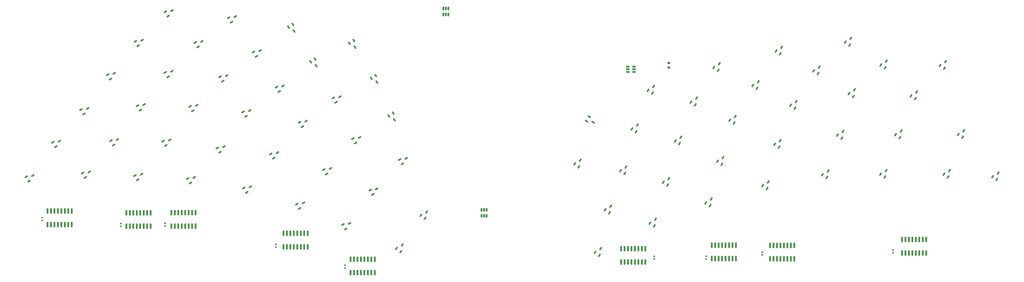
<source format=gtp>
%TF.GenerationSoftware,KiCad,Pcbnew,7.0.10-148-g62bb553460*%
%TF.CreationDate,2024-03-29T08:39:48+01:00*%
%TF.ProjectId,bandoneon,62616e64-6f6e-4656-9f6e-2e6b69636164,rev?*%
%TF.SameCoordinates,Original*%
%TF.FileFunction,Paste,Top*%
%TF.FilePolarity,Positive*%
%FSLAX46Y46*%
G04 Gerber Fmt 4.6, Leading zero omitted, Abs format (unit mm)*
G04 Created by KiCad (PCBNEW 7.0.10-148-g62bb553460) date 2024-03-29 08:39:48*
%MOMM*%
%LPD*%
G01*
G04 APERTURE LIST*
G04 Aperture macros list*
%AMRoundRect*
0 Rectangle with rounded corners*
0 $1 Rounding radius*
0 $2 $3 $4 $5 $6 $7 $8 $9 X,Y pos of 4 corners*
0 Add a 4 corners polygon primitive as box body*
4,1,4,$2,$3,$4,$5,$6,$7,$8,$9,$2,$3,0*
0 Add four circle primitives for the rounded corners*
1,1,$1+$1,$2,$3*
1,1,$1+$1,$4,$5*
1,1,$1+$1,$6,$7*
1,1,$1+$1,$8,$9*
0 Add four rect primitives between the rounded corners*
20,1,$1+$1,$2,$3,$4,$5,0*
20,1,$1+$1,$4,$5,$6,$7,0*
20,1,$1+$1,$6,$7,$8,$9,0*
20,1,$1+$1,$8,$9,$2,$3,0*%
G04 Aperture macros list end*
%ADD10RoundRect,0.200000X-0.275000X0.200000X-0.275000X-0.200000X0.275000X-0.200000X0.275000X0.200000X0*%
%ADD11RoundRect,0.150000X-0.150000X0.825000X-0.150000X-0.825000X0.150000X-0.825000X0.150000X0.825000X0*%
%ADD12RoundRect,0.150000X-0.348123X-0.404928X0.511515X0.153327X0.348123X0.404928X-0.511515X-0.153327X0*%
%ADD13RoundRect,0.150000X-0.153327X-0.511515X0.404928X0.348123X0.153327X0.511515X-0.404928X-0.348123X0*%
%ADD14RoundRect,0.150000X-0.404928X0.348123X0.153327X-0.511515X0.404928X-0.348123X-0.153327X0.511515X0*%
%ADD15RoundRect,0.140000X-0.170000X0.140000X-0.170000X-0.140000X0.170000X-0.140000X0.170000X0.140000X0*%
%ADD16RoundRect,0.140000X0.170000X-0.140000X0.170000X0.140000X-0.170000X0.140000X-0.170000X-0.140000X0*%
%ADD17RoundRect,0.150000X-0.179887X-0.502789X0.422592X0.326453X0.179887X0.502789X-0.422592X-0.326453X0*%
%ADD18RoundRect,0.150000X-0.511515X0.153327X0.348123X-0.404928X0.511515X-0.153327X-0.348123X0.404928X0*%
%ADD19RoundRect,0.150000X0.150000X-0.512500X0.150000X0.512500X-0.150000X0.512500X-0.150000X-0.512500X0*%
%ADD20RoundRect,0.150000X-0.512500X-0.150000X0.512500X-0.150000X0.512500X0.150000X-0.512500X0.150000X0*%
G04 APERTURE END LIST*
D10*
%TO.C,R1*%
X364004000Y-144951000D03*
X364004000Y-146601000D03*
%TD*%
D11*
%TO.C,U9*%
X355346000Y-213360000D03*
X354076000Y-213360000D03*
X352806000Y-213360000D03*
X351536000Y-213360000D03*
X350266000Y-213360000D03*
X348996000Y-213360000D03*
X347726000Y-213360000D03*
X346456000Y-213360000D03*
X346456000Y-218310000D03*
X347726000Y-218310000D03*
X348996000Y-218310000D03*
X350266000Y-218310000D03*
X351536000Y-218310000D03*
X352806000Y-218310000D03*
X354076000Y-218310000D03*
X355346000Y-218310000D03*
%TD*%
D12*
%TO.C,H37*%
X148213805Y-162135290D03*
X149248619Y-163728764D03*
X150639188Y-161692973D03*
%TD*%
%TO.C,H38*%
X137889905Y-174151390D03*
X138924719Y-175744864D03*
X140315288Y-173709073D03*
%TD*%
D13*
%TO.C,H43*%
X463600536Y-145845181D03*
X465194010Y-146879995D03*
X465636327Y-144454612D03*
%TD*%
D14*
%TO.C,H11*%
X256360410Y-149568205D03*
X254766936Y-150603019D03*
X256802727Y-151993588D03*
%TD*%
D12*
%TO.C,H31*%
X211541405Y-140859990D03*
X212576219Y-142453464D03*
X213966788Y-140417673D03*
%TD*%
%TO.C,H14*%
X217896705Y-178439490D03*
X218931519Y-180032964D03*
X220322088Y-177997173D03*
%TD*%
D13*
%TO.C,H69*%
X408706536Y-160565181D03*
X410300010Y-161599995D03*
X410742327Y-159174612D03*
%TD*%
D15*
%TO.C,C1*%
X398272000Y-214658000D03*
X398272000Y-215618000D03*
%TD*%
D12*
%TO.C,H5*%
X254335205Y-191766490D03*
X255370019Y-193359964D03*
X256760588Y-191324173D03*
%TD*%
D13*
%TO.C,H41*%
X470284736Y-171302081D03*
X471878210Y-172336895D03*
X472320527Y-169911512D03*
%TD*%
D16*
%TO.C,C2*%
X358648000Y-217142000D03*
X358648000Y-216182000D03*
%TD*%
D13*
%TO.C,H61*%
X340623936Y-199086981D03*
X342217410Y-200121795D03*
X342659727Y-197696412D03*
%TD*%
%TO.C,H68*%
X417165636Y-147831981D03*
X418759110Y-148866795D03*
X419201427Y-146441412D03*
%TD*%
D15*
%TO.C,C5*%
X245110000Y-219484000D03*
X245110000Y-220444000D03*
%TD*%
D12*
%TO.C,H29*%
X187365205Y-187546490D03*
X188400019Y-189139964D03*
X189790588Y-187104173D03*
%TD*%
%TO.C,H16*%
X199227905Y-150056490D03*
X200262719Y-151649964D03*
X201653288Y-149614173D03*
%TD*%
D15*
%TO.C,C8*%
X219710000Y-211765000D03*
X219710000Y-212725000D03*
%TD*%
D12*
%TO.C,H18*%
X178338205Y-173769590D03*
X179373019Y-175363064D03*
X180763588Y-173327273D03*
%TD*%
D13*
%TO.C,H58*%
X356406536Y-155005181D03*
X358000010Y-156039995D03*
X358442327Y-153614612D03*
%TD*%
D12*
%TO.C,H9*%
X237345505Y-184242990D03*
X238380319Y-185836464D03*
X239770888Y-183800673D03*
%TD*%
%TO.C,H13*%
X228415205Y-166781490D03*
X229450019Y-168374964D03*
X230840588Y-166339173D03*
%TD*%
D13*
%TO.C,H49*%
X394775536Y-153251181D03*
X396369010Y-154285995D03*
X396811327Y-151860612D03*
%TD*%
%TO.C,H48*%
X403328136Y-140551181D03*
X404921610Y-141585995D03*
X405363927Y-139160612D03*
%TD*%
D17*
%TO.C,H3*%
X264044228Y-213300861D03*
X265581360Y-214417653D03*
X266150006Y-212018743D03*
%TD*%
D13*
%TO.C,H54*%
X372141936Y-159321981D03*
X373735410Y-160356795D03*
X374177727Y-157931412D03*
%TD*%
%TO.C,H63*%
X336889036Y-214741081D03*
X338482510Y-215775895D03*
X338924827Y-213350512D03*
%TD*%
D15*
%TO.C,C7*%
X133985000Y-201958000D03*
X133985000Y-202918000D03*
%TD*%
D14*
%TO.C,H25*%
X234136410Y-143514805D03*
X232542936Y-144549619D03*
X234578727Y-145940188D03*
%TD*%
D13*
%TO.C,H71*%
X398479336Y-190165081D03*
X400072810Y-191199895D03*
X400515127Y-188774512D03*
%TD*%
%TO.C,H50*%
X386356036Y-166036881D03*
X387949510Y-167071695D03*
X388391827Y-164646312D03*
%TD*%
%TO.C,H42*%
X464968236Y-185921981D03*
X466561710Y-186956795D03*
X467004027Y-184531412D03*
%TD*%
D11*
%TO.C,U6*%
X144770000Y-199500000D03*
X143500000Y-199500000D03*
X142230000Y-199500000D03*
X140960000Y-199500000D03*
X139690000Y-199500000D03*
X138420000Y-199500000D03*
X137150000Y-199500000D03*
X135880000Y-199500000D03*
X135880000Y-204450000D03*
X137150000Y-204450000D03*
X138420000Y-204450000D03*
X139690000Y-204450000D03*
X140960000Y-204450000D03*
X142230000Y-204450000D03*
X143500000Y-204450000D03*
X144770000Y-204450000D03*
%TD*%
D12*
%TO.C,H33*%
X148768205Y-185542290D03*
X149803019Y-187135764D03*
X151193588Y-185099973D03*
%TD*%
D15*
%TO.C,C6*%
X446278000Y-213896000D03*
X446278000Y-214856000D03*
%TD*%
D18*
%TO.C,H1*%
X334803019Y-164791936D03*
X333768205Y-166385410D03*
X336193588Y-166827727D03*
%TD*%
D11*
%TO.C,U8*%
X388620000Y-212090000D03*
X387350000Y-212090000D03*
X386080000Y-212090000D03*
X384810000Y-212090000D03*
X383540000Y-212090000D03*
X382270000Y-212090000D03*
X381000000Y-212090000D03*
X379730000Y-212090000D03*
X379730000Y-217040000D03*
X381000000Y-217040000D03*
X382270000Y-217040000D03*
X383540000Y-217040000D03*
X384810000Y-217040000D03*
X386080000Y-217040000D03*
X387350000Y-217040000D03*
X388620000Y-217040000D03*
%TD*%
D12*
%TO.C,H6*%
X244385205Y-204446490D03*
X245420019Y-206039964D03*
X246810588Y-204004173D03*
%TD*%
%TO.C,H20*%
X202400005Y-128299990D03*
X203434819Y-129893464D03*
X204825388Y-127857673D03*
%TD*%
D19*
%TO.C,U13*%
X281154000Y-127121500D03*
X282104000Y-127121500D03*
X283054000Y-127121500D03*
X283054000Y-124846500D03*
X282104000Y-124846500D03*
X281154000Y-124846500D03*
%TD*%
D12*
%TO.C,H32*%
X159168205Y-173589590D03*
X160203019Y-175183064D03*
X161593588Y-173147273D03*
%TD*%
D20*
%TO.C,U11*%
X348966500Y-146326000D03*
X348966500Y-147276000D03*
X348966500Y-148226000D03*
X351241500Y-148226000D03*
X351241500Y-147276000D03*
X351241500Y-146326000D03*
%TD*%
D12*
%TO.C,H21*%
X190150005Y-137449990D03*
X191184819Y-139043464D03*
X192575388Y-137007673D03*
%TD*%
D11*
%TO.C,U3*%
X231394000Y-207710000D03*
X230124000Y-207710000D03*
X228854000Y-207710000D03*
X227584000Y-207710000D03*
X226314000Y-207710000D03*
X225044000Y-207710000D03*
X223774000Y-207710000D03*
X222504000Y-207710000D03*
X222504000Y-212660000D03*
X223774000Y-212660000D03*
X225044000Y-212660000D03*
X226314000Y-212660000D03*
X227584000Y-212660000D03*
X228854000Y-212660000D03*
X230124000Y-212660000D03*
X231394000Y-212660000D03*
%TD*%
D12*
%TO.C,H12*%
X240815205Y-157856490D03*
X241850019Y-159449964D03*
X243240588Y-157414173D03*
%TD*%
%TO.C,H26*%
X219960305Y-153820490D03*
X220995119Y-155413964D03*
X222385688Y-153378173D03*
%TD*%
D13*
%TO.C,H52*%
X377553636Y-196479781D03*
X379147110Y-197514595D03*
X379589427Y-195089212D03*
%TD*%
D15*
%TO.C,C3*%
X162814000Y-204145000D03*
X162814000Y-205105000D03*
%TD*%
D13*
%TO.C,H44*%
X452930536Y-157026181D03*
X454524010Y-158060995D03*
X454966327Y-155635612D03*
%TD*%
D12*
%TO.C,H19*%
X167988605Y-186402790D03*
X169023419Y-187996264D03*
X170413988Y-185960473D03*
%TD*%
D13*
%TO.C,H53*%
X380493336Y-146631681D03*
X382086810Y-147666495D03*
X382529127Y-145241112D03*
%TD*%
%TO.C,H59*%
X350414236Y-169230581D03*
X352007710Y-170265395D03*
X352450027Y-167840012D03*
%TD*%
D12*
%TO.C,H22*%
X179114605Y-148402890D03*
X180149419Y-149996364D03*
X181539988Y-147960573D03*
%TD*%
%TO.C,H15*%
X207989005Y-191005990D03*
X209023819Y-192599464D03*
X210414388Y-190563673D03*
%TD*%
%TO.C,H8*%
X248014005Y-172830990D03*
X249048819Y-174424464D03*
X250439388Y-172388673D03*
%TD*%
D13*
%TO.C,H70*%
X402844836Y-174921381D03*
X404438310Y-175956195D03*
X404880627Y-173530812D03*
%TD*%
D15*
%TO.C,C9*%
X377698000Y-216182000D03*
X377698000Y-217142000D03*
%TD*%
D13*
%TO.C,H47*%
X441794236Y-145690581D03*
X443387710Y-146725395D03*
X443830027Y-144300012D03*
%TD*%
%TO.C,H45*%
X447201436Y-171403681D03*
X448794910Y-172438495D03*
X449237227Y-170013112D03*
%TD*%
D17*
%TO.C,H2*%
X272998728Y-201077061D03*
X274535860Y-202193853D03*
X275104506Y-199794943D03*
%TD*%
D12*
%TO.C,H34*%
X179165205Y-126106490D03*
X180200019Y-127699964D03*
X181590588Y-125664173D03*
%TD*%
D13*
%TO.C,H51*%
X381886536Y-181215181D03*
X383480010Y-182249995D03*
X383922327Y-179824612D03*
%TD*%
D12*
%TO.C,H36*%
X157974605Y-149242290D03*
X159009419Y-150835764D03*
X160399988Y-148799973D03*
%TD*%
D13*
%TO.C,H57*%
X357037436Y-203941281D03*
X358630910Y-204976095D03*
X359073227Y-202550712D03*
%TD*%
%TO.C,H67*%
X428796536Y-137285181D03*
X430390010Y-138319995D03*
X430832327Y-135894612D03*
%TD*%
%TO.C,H64*%
X430146536Y-156235181D03*
X431740010Y-157269995D03*
X432182327Y-154844612D03*
%TD*%
D12*
%TO.C,H35*%
X168178605Y-137022790D03*
X169213419Y-138616264D03*
X170603988Y-136580473D03*
%TD*%
D11*
%TO.C,U7*%
X458445000Y-210000000D03*
X457175000Y-210000000D03*
X455905000Y-210000000D03*
X454635000Y-210000000D03*
X453365000Y-210000000D03*
X452095000Y-210000000D03*
X450825000Y-210000000D03*
X449555000Y-210000000D03*
X449555000Y-214950000D03*
X450825000Y-214950000D03*
X452095000Y-214950000D03*
X453365000Y-214950000D03*
X454635000Y-214950000D03*
X455905000Y-214950000D03*
X457175000Y-214950000D03*
X458445000Y-214950000D03*
%TD*%
D12*
%TO.C,H28*%
X198228205Y-176239590D03*
X199263019Y-177833064D03*
X200653588Y-175797273D03*
%TD*%
D13*
%TO.C,H40*%
X482840536Y-186875481D03*
X484434010Y-187910295D03*
X484876327Y-185484912D03*
%TD*%
%TO.C,H66*%
X420425436Y-186093881D03*
X422018910Y-187128695D03*
X422461227Y-184703312D03*
%TD*%
D12*
%TO.C,H39*%
X128076905Y-186889690D03*
X129111719Y-188483164D03*
X130502288Y-186447373D03*
%TD*%
D13*
%TO.C,H62*%
X329416936Y-182146981D03*
X331010410Y-183181795D03*
X331452727Y-180756412D03*
%TD*%
%TO.C,H56*%
X361958236Y-188900781D03*
X363551710Y-189935595D03*
X363994027Y-187510212D03*
%TD*%
D19*
%TO.C,U12*%
X295214000Y-201289500D03*
X296164000Y-201289500D03*
X297114000Y-201289500D03*
X297114000Y-199014500D03*
X296164000Y-199014500D03*
X295214000Y-199014500D03*
%TD*%
D11*
%TO.C,U2*%
X256032000Y-217235000D03*
X254762000Y-217235000D03*
X253492000Y-217235000D03*
X252222000Y-217235000D03*
X250952000Y-217235000D03*
X249682000Y-217235000D03*
X248412000Y-217235000D03*
X247142000Y-217235000D03*
X247142000Y-222185000D03*
X248412000Y-222185000D03*
X249682000Y-222185000D03*
X250952000Y-222185000D03*
X252222000Y-222185000D03*
X253492000Y-222185000D03*
X254762000Y-222185000D03*
X256032000Y-222185000D03*
%TD*%
D15*
%TO.C,C4*%
X179070000Y-203990000D03*
X179070000Y-204950000D03*
%TD*%
D13*
%TO.C,H60*%
X346256136Y-184673081D03*
X347849610Y-185707895D03*
X348291927Y-183282512D03*
%TD*%
D12*
%TO.C,H10*%
X227448205Y-196919590D03*
X228483019Y-198513064D03*
X229873588Y-196477273D03*
%TD*%
%TO.C,H17*%
X188225205Y-160966490D03*
X189260019Y-162559964D03*
X190650588Y-160524173D03*
%TD*%
D14*
%TO.C,H7*%
X262834410Y-163436105D03*
X261240936Y-164470919D03*
X263276727Y-165861488D03*
%TD*%
%TO.C,H24*%
X248310410Y-136668205D03*
X246716936Y-137703019D03*
X248752727Y-139093588D03*
%TD*%
D11*
%TO.C,U4*%
X173736000Y-200152000D03*
X172466000Y-200152000D03*
X171196000Y-200152000D03*
X169926000Y-200152000D03*
X168656000Y-200152000D03*
X167386000Y-200152000D03*
X166116000Y-200152000D03*
X164846000Y-200152000D03*
X164846000Y-205102000D03*
X166116000Y-205102000D03*
X167386000Y-205102000D03*
X168656000Y-205102000D03*
X169926000Y-205102000D03*
X171196000Y-205102000D03*
X172466000Y-205102000D03*
X173736000Y-205102000D03*
%TD*%
D12*
%TO.C,H4*%
X265165205Y-180506490D03*
X266200019Y-182099964D03*
X267590588Y-180064173D03*
%TD*%
D13*
%TO.C,H46*%
X441736536Y-185926081D03*
X443330010Y-186960895D03*
X443772327Y-184535512D03*
%TD*%
D14*
%TO.C,H30*%
X225956210Y-130746605D03*
X224362736Y-131781419D03*
X226398527Y-133171988D03*
%TD*%
D12*
%TO.C,H27*%
X207739005Y-162955990D03*
X208773819Y-164549464D03*
X210164388Y-162513673D03*
%TD*%
D11*
%TO.C,U10*%
X410083000Y-212155000D03*
X408813000Y-212155000D03*
X407543000Y-212155000D03*
X406273000Y-212155000D03*
X405003000Y-212155000D03*
X403733000Y-212155000D03*
X402463000Y-212155000D03*
X401193000Y-212155000D03*
X401193000Y-217105000D03*
X402463000Y-217105000D03*
X403733000Y-217105000D03*
X405003000Y-217105000D03*
X406273000Y-217105000D03*
X407543000Y-217105000D03*
X408813000Y-217105000D03*
X410083000Y-217105000D03*
%TD*%
%TO.C,U5*%
X190246000Y-200090000D03*
X188976000Y-200090000D03*
X187706000Y-200090000D03*
X186436000Y-200090000D03*
X185166000Y-200090000D03*
X183896000Y-200090000D03*
X182626000Y-200090000D03*
X181356000Y-200090000D03*
X181356000Y-205040000D03*
X182626000Y-205040000D03*
X183896000Y-205040000D03*
X185166000Y-205040000D03*
X186436000Y-205040000D03*
X187706000Y-205040000D03*
X188976000Y-205040000D03*
X190246000Y-205040000D03*
%TD*%
D12*
%TO.C,H23*%
X168965205Y-160706490D03*
X170000019Y-162299964D03*
X171390588Y-160264173D03*
%TD*%
D13*
%TO.C,H55*%
X366335736Y-173664681D03*
X367929210Y-174699495D03*
X368371527Y-172274112D03*
%TD*%
%TO.C,H65*%
X425916936Y-171571981D03*
X427510410Y-172606795D03*
X427952727Y-170181412D03*
%TD*%
M02*

</source>
